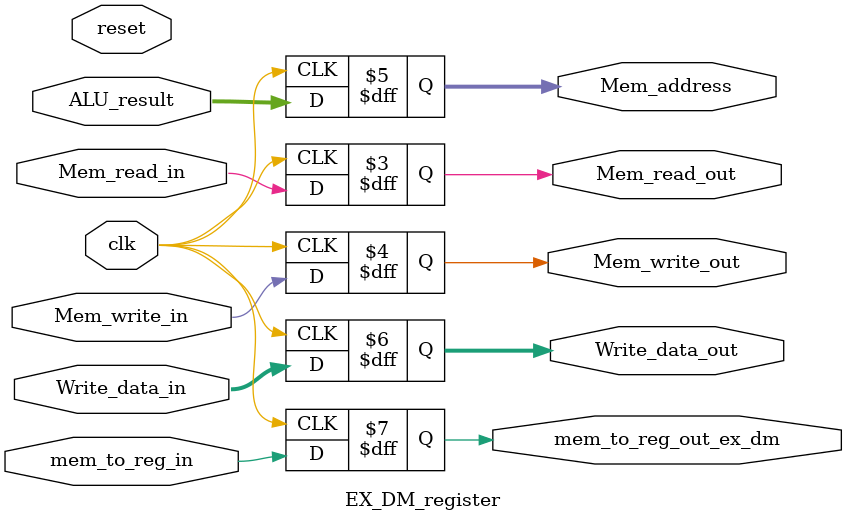
<source format=v>
module EX_DM_register (
    ALU_result, Mem_read_in, Mem_write_in, Write_data_in, Mem_address, Mem_read_out, Mem_write_out, Write_data_out, clk, mem_to_reg_in, mem_to_reg_out_ex_dm, reset
);
input mem_to_reg_in, clk, reset;
input wire Mem_read_in, Mem_write_in;
input wire [31:0] ALU_result, Write_data_in;
output reg Mem_read_out, Mem_write_out;
output reg [31:0] Mem_address, Write_data_out;
output reg mem_to_reg_out_ex_dm;
reg flag_ex_dm;
always @(posedge reset)
    begin
      flag_ex_dm = 1'b1;
    end
always @(posedge clk)
    begin
        Mem_read_out <= Mem_read_in;
        Mem_write_out <= Mem_write_in;
        Mem_address <= ALU_result;
        Write_data_out <= Write_data_in;
        mem_to_reg_out_ex_dm <= mem_to_reg_in;
    end
endmodule
</source>
